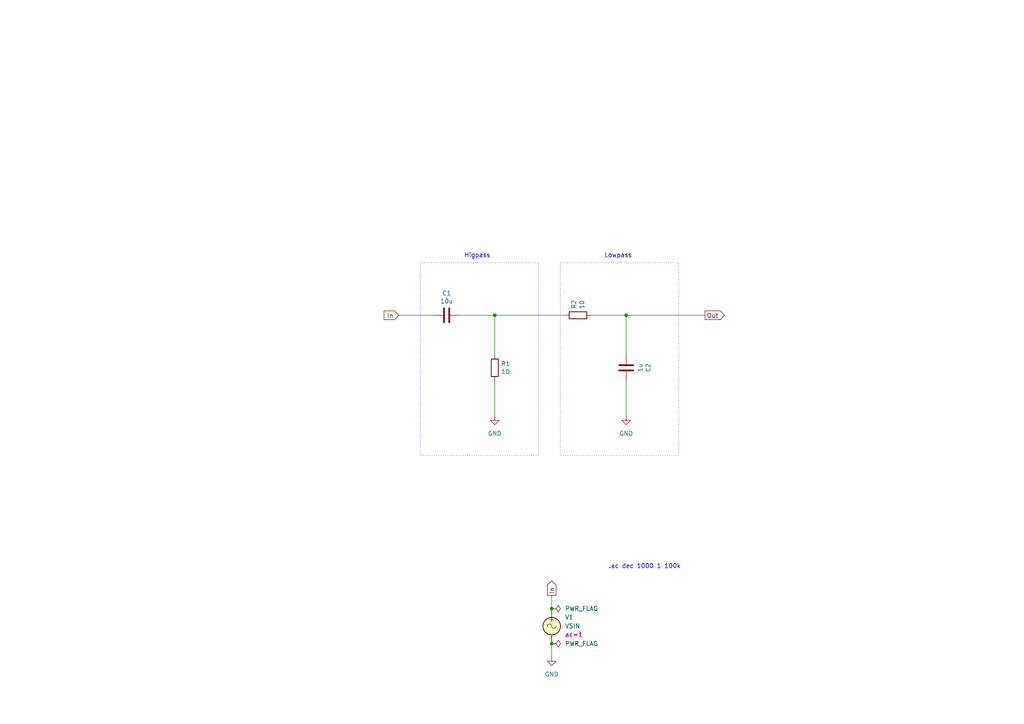
<source format=kicad_sch>
(kicad_sch (version 20230121) (generator eeschema)
  (paper "A4")
  (title_block (title "RC Bandpass") (date "2024-02-27") (rev "1") (company "GitHub/OJStuff"))
  (lib_symbols
    (symbol "Device:C" (pin_numbers hide) (pin_names (offset 0.254))
      (property "Reference" "C" (at 0.635 2.54 0))
      (property "Value" "C" (at 0.635 -2.54 0))
      (symbol "C_0_1"
        (polyline (pts (xy -2.032 -0.762) (xy 2.032 -0.762)) (stroke (width 0.508)))
        (polyline (pts (xy -2.032 0.762) (xy 2.032 0.762)) (stroke (width 0.508)))
      )
      (symbol "C_1_1"
        (pin passive line (at 0 3.81 270) (length 2.794) (name "~") (number "1"))
        (pin passive line (at 0 -3.81 90) (length 2.794) (name "~") (number "2"))
      )
    )
    (symbol "Device:R" (pin_numbers hide) (pin_names (offset 0))
      (property "Reference" "R" (at 2.032 0 90))
      (property "Value" "R" (at 0 0 90))
      (symbol "R_0_1"
        (rectangle (start -1.016 -2.54) (end 1.016 2.54) (stroke (width 0.254)))
      )
      (symbol "R_1_1"
        (pin passive line (at 0 3.81 270) (length 1.27) (name "~") (number "1"))
        (pin passive line (at 0 -3.81 90) (length 1.27) (name "~") (number "2"))
      )
    )
    (symbol "Simulation_SPICE:VSIN" (pin_numbers hide) (pin_names (offset 0.0254))
      (property "Reference" "V" (at 2.54 2.54 0))
      (property "Value" "VSIN" (at 2.54 0 0))
      (property "Sim.Params" "dc=0 ampl=1 f=1k ac=1" (at 2.54 -2.54 0))
      (symbol "VSIN_0_0"
        (arc (start 0 0) (mid -0.635 0.6323) (end -1.27 0))
        (arc (start 0 0) (mid 0.635 -0.6323) (end 1.27 0))
        (text "+" (at 0 1.905 0) (effects (font (size 1.27 1.27))))
      )
      (symbol "VSIN_0_1"
        (circle (center 0 0) (radius 2.54) (stroke (width 0.254)) (fill (type background)))
      )
      (symbol "VSIN_1_1"
        (pin passive line (at 0 5.08 270) (length 2.54) (name "~") (number "1"))
        (pin passive line (at 0 -5.08 90) (length 2.54) (name "~") (number "2"))
      )
    )
    (symbol "power:GND" (power) (pin_names (offset 0))
      (property "Value" "GND" (at 0 -3.81 0))
      (symbol "GND_0_1"
        (polyline (pts (xy 0 0) (xy 0 -1.27) (xy 1.27 -1.27) (xy 0 -2.54) (xy -1.27 -1.27) (xy 0 -1.27)))
      )
      (symbol "GND_1_1"
        (pin power_in line (at 0 0 270) (length 0) hide (name "GND") (number "1"))
      )
    )
    (symbol "power:PWR_FLAG" (power) (pin_numbers hide) (pin_names (offset 0) hide)
      (property "Value" "PWR_FLAG" (at 0 3.81 0))
      (symbol "PWR_FLAG_0_0"
        (pin power_out line (at 0 0 90) (length 0) (name "pwr") (number "1"))
      )
      (symbol "PWR_FLAG_0_1"
        (polyline (pts (xy 0 0) (xy 0 1.27) (xy -1.016 1.905) (xy 0 2.54) (xy 1.016 1.905) (xy 0 1.27)))
      )
    )
  )
  (junction (at 181.61 91.44))
  (junction (at 160.02 186.69))
  (junction (at 160.02 176.53))
  (junction (at 143.51 91.44))
  (wire (pts (xy 143.51 91.44) (xy 163.83 91.44)))
  (wire (pts (xy 143.51 91.44) (xy 143.51 102.87)))
  (wire (pts (xy 160.02 186.69) (xy 160.02 190.5)))
  (wire (pts (xy 115.57 91.44) (xy 125.73 91.44)))
  (wire (pts (xy 143.51 110.49) (xy 143.51 120.65)))
  (wire (pts (xy 181.61 91.44) (xy 204.47 91.44)))
  (wire (pts (xy 181.61 110.49) (xy 181.61 120.65)))
  (wire (pts (xy 181.61 91.44) (xy 181.61 102.87)))
  (wire (pts (xy 133.35 91.44) (xy 143.51 91.44)))
  (wire (pts (xy 160.02 172.72) (xy 160.02 176.53)))
  (wire (pts (xy 171.45 91.44) (xy 181.61 91.44)))
  (rectangle (start 121.92 76.2) (end 156.21 132.08) (stroke (width 0) (type dot)))
  (rectangle (start 162.56 76.2) (end 196.85 132.08) (stroke (width 0) (type dot)))
  (text "Lowpass" (at 175.26 74.93 0) (effects (font (size 1.27 1.27)) (justify left bottom)))
  (text ".ac dec 1000 1 100k" (at 176.53 165.1 0) (effects (font (size 1.27 1.27)) (justify left bottom)))
  (text "Higpass" (at 134.62 74.93 0) (effects (font (size 1.27 1.27)) (justify left bottom)))
  (global_label "In" (shape input) (at 115.57 91.44 180) (property "Intersheetrefs" "${INTERSHEET_REFS}" (effects hide)))
  (global_label "Out" (shape output) (at 204.47 91.44 0) (property "Intersheetrefs" "${INTERSHEET_REFS}" (effects hide)))
  (global_label "In" (shape output) (at 160.02 172.72 90) (property "Intersheetrefs" "${INTERSHEET_REFS}" (effects hide)))
  (symbol (lib_id "Simulation_SPICE:VSIN") (at 160.02 181.61 0) (unit 1)
    (property "Reference" "V1" (at 163.83 179.0342 0) (effects (justify left)))
    (property "Value" "VSIN" (at 163.83 181.5742 0) (effects (justify left)))
    (property "Sim.Pins" "1=+ 2=-" (effects hide))
    (property "Sim.Params" "ac=1" (at 163.83 184.1142 0) (effects (justify left)))
    (property "Sim.Type" "SIN" (effects hide))
    (property "Sim.Device" "V" (effects hide))
  )
  (symbol (lib_id "Device:R") (at 143.51 106.68 0) (unit 1)
    (property "Reference" "R1" (at 145.288 105.5116 0) (effects (justify left)))
    (property "Value" "10" (at 145.288 107.823 0) (effects (justify left)))
  )
  (symbol (lib_id "power:GND") (at 181.61 120.65 0) (unit 1)
    (property "Reference" "#PWR02" (effects hide))
    (property "Value" "GND" (at 181.61 125.73 0))
  )
  (symbol (lib_id "power:PWR_FLAG") (at 160.02 176.53 270) (unit 1)
    (property "Reference" "#FLG01" (effects hide))
    (property "Value" "PWR_FLAG" (at 163.83 176.53 90) (effects (justify left)))
  )
  (symbol (lib_id "power:GND") (at 143.51 120.65 0) (unit 1)
    (property "Reference" "#PWR03" (effects hide))
    (property "Value" "GND" (at 143.51 125.73 0))
  )
  (symbol (lib_id "power:PWR_FLAG") (at 160.02 186.69 270) (unit 1)
    (property "Reference" "#FLG02" (effects hide))
    (property "Value" "PWR_FLAG" (at 163.83 186.69 90) (effects (justify left)))
  )
  (symbol (lib_id "Device:R") (at 167.64 91.44 90) (unit 1)
    (property "Reference" "R2" (at 166.4716 89.662 0) (effects (justify left)))
    (property "Value" "10" (at 168.783 89.662 0) (effects (justify left)))
  )
  (symbol (lib_id "Device:C") (at 181.61 106.68 180) (unit 1)
    (property "Reference" "C2" (at 188.0108 106.68 90))
    (property "Value" "1u" (at 185.6994 106.68 90))
  )
  (symbol (lib_id "Device:C") (at 129.54 91.44 270) (unit 1)
    (property "Reference" "C1" (at 129.54 85.0392 90))
    (property "Value" "10u" (at 129.54 87.3506 90))
  )
  (symbol (lib_id "power:GND") (at 160.02 190.5 0) (unit 1)
    (property "Reference" "#PWR01" (effects hide))
    (property "Value" "GND" (at 160.02 195.58 0))
  )
)
</source>
